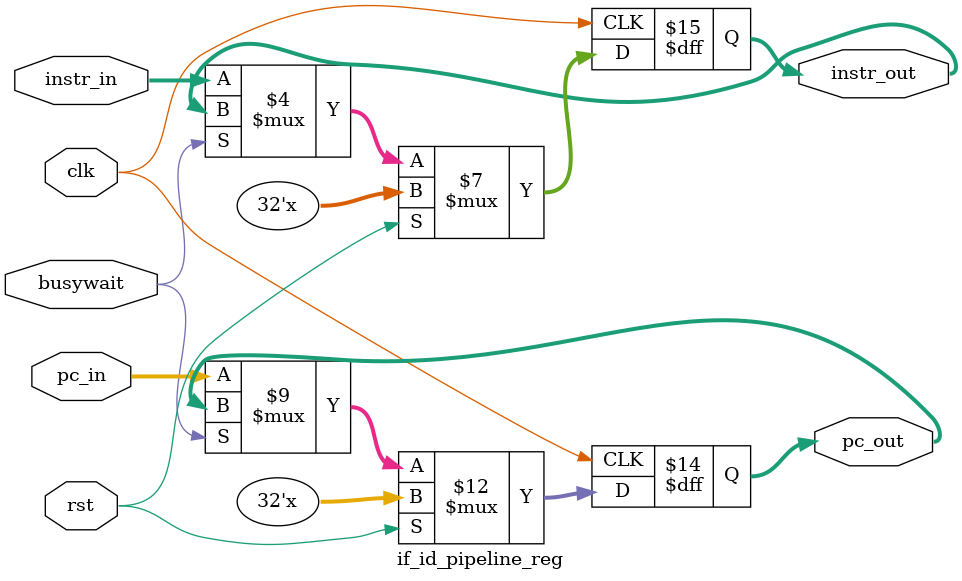
<source format=v>
`timescale 1ns/100ps

module if_id_pipeline_reg(clk, rst, pc_in, pc_out, instr_in, instr_out, busywait);
    input clk, rst;
    input [31:0] pc_in, instr_in;
    input busywait;
    output reg [31:0] pc_out, instr_out;

    always @(posedge clk) begin
        if (rst == 1'b1) begin
            #1
            pc_out <= 32'dx;
            instr_out <= 32'dx;
        end
        else begin
            if (!busywait) begin
            #1
            pc_out <= pc_in;
            instr_out <= instr_in;
            end
        end
    end
endmodule
</source>
